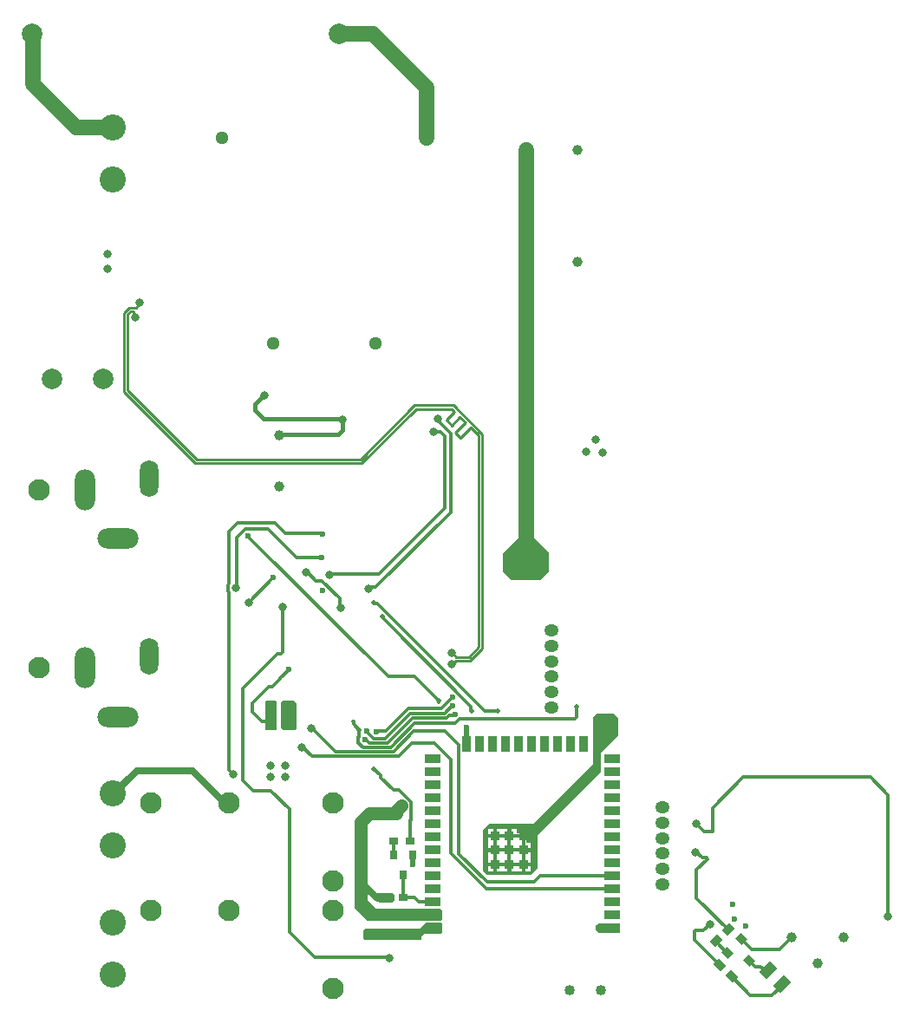
<source format=gbl>
G04*
G04 #@! TF.GenerationSoftware,Altium Limited,Altium Designer,23.7.1 (13)*
G04*
G04 Layer_Physical_Order=4*
G04 Layer_Color=16711680*
%FSLAX25Y25*%
%MOIN*%
G70*
G04*
G04 #@! TF.SameCoordinates,AA4D2978-76EA-46CB-BF31-C62278C5BCD9*
G04*
G04*
G04 #@! TF.FilePolarity,Positive*
G04*
G01*
G75*
%ADD29R,0.05709X0.03937*%
%ADD31R,0.03799X0.03150*%
%ADD33R,0.03937X0.05709*%
%ADD44R,0.03150X0.03543*%
%ADD115C,0.08268*%
%ADD126C,0.01200*%
%ADD127C,0.06000*%
%ADD128C,0.02000*%
%ADD130C,0.00923*%
%ADD131C,0.01500*%
%ADD132C,0.02500*%
%ADD133C,0.05000*%
%ADD135C,0.10039*%
%ADD136C,0.04000*%
%ADD137C,0.07874*%
%ADD138C,0.03937*%
%ADD139O,0.05512X0.04724*%
%ADD140O,0.07874X0.15748*%
%ADD141O,0.15748X0.07874*%
%ADD142O,0.07087X0.14173*%
%ADD143C,0.05039*%
%ADD144C,0.03150*%
%ADD145C,0.01968*%
%ADD146C,0.02362*%
%ADD192R,0.03543X0.03543*%
%ADD193R,0.03543X0.05906*%
%ADD194R,0.05906X0.03543*%
G04:AMPARAMS|DCode=195|XSize=39.37mil|YSize=57.09mil|CornerRadius=0mil|HoleSize=0mil|Usage=FLASHONLY|Rotation=135.000|XOffset=0mil|YOffset=0mil|HoleType=Round|Shape=Rectangle|*
%AMROTATEDRECTD195*
4,1,4,0.03410,0.00626,-0.00626,-0.03410,-0.03410,-0.00626,0.00626,0.03410,0.03410,0.00626,0.0*
%
%ADD195ROTATEDRECTD195*%

G04:AMPARAMS|DCode=196|XSize=37.99mil|YSize=31.5mil|CornerRadius=0mil|HoleSize=0mil|Usage=FLASHONLY|Rotation=315.000|XOffset=0mil|YOffset=0mil|HoleType=Round|Shape=Rectangle|*
%AMROTATEDRECTD196*
4,1,4,-0.02457,0.00230,-0.00230,0.02457,0.02457,-0.00230,0.00230,-0.02457,-0.02457,0.00230,0.0*
%
%ADD196ROTATEDRECTD196*%

G04:AMPARAMS|DCode=197|XSize=31.5mil|YSize=35.43mil|CornerRadius=0mil|HoleSize=0mil|Usage=FLASHONLY|Rotation=225.000|XOffset=0mil|YOffset=0mil|HoleType=Round|Shape=Rectangle|*
%AMROTATEDRECTD197*
4,1,4,-0.00139,0.02366,0.02366,-0.00139,0.00139,-0.02366,-0.02366,0.00139,-0.00139,0.02366,0.0*
%
%ADD197ROTATEDRECTD197*%

G04:AMPARAMS|DCode=198|XSize=37.99mil|YSize=31.5mil|CornerRadius=0mil|HoleSize=0mil|Usage=FLASHONLY|Rotation=225.000|XOffset=0mil|YOffset=0mil|HoleType=Round|Shape=Rectangle|*
%AMROTATEDRECTD198*
4,1,4,0.00230,0.02457,0.02457,0.00230,-0.00230,-0.02457,-0.02457,-0.00230,0.00230,0.02457,0.0*
%
%ADD198ROTATEDRECTD198*%

G36*
X133450Y39900D02*
X138550Y34800D01*
X166350D01*
X167050Y35500D01*
Y38850D01*
X166400Y39500D01*
X141650Y39500D01*
X138450Y42700D01*
Y45400D01*
X141446Y42404D01*
X143024Y41750D01*
X147950Y41750D01*
X148650Y42450D01*
Y44700D01*
X147800Y45550D01*
X141950D01*
X138000Y49500D01*
X137994Y49455D01*
X133450Y51637D01*
Y43750D01*
Y39900D01*
D02*
G37*
G36*
X137600Y31800D02*
X158600Y31800D01*
X160600Y33800D01*
X160900Y34100D01*
X166600D01*
X167000Y33700D01*
Y30400D01*
X166600Y30000D01*
X160500D01*
X159300Y28800D01*
Y27750D01*
X159050Y27500D01*
X137400D01*
X136950Y27950D01*
Y31150D01*
X137600Y31800D01*
D02*
G37*
G36*
X235300Y33950D02*
X227200D01*
X226000Y32750D01*
Y31450D01*
X227200Y30250D01*
X235450D01*
X235300Y33950D01*
D02*
G37*
G36*
X99300Y108500D02*
X99550Y108250D01*
X103200D01*
X103500Y108550D01*
Y108750D01*
Y119250D01*
X103200Y119550D01*
X99650D01*
X99300Y119200D01*
Y108500D01*
D02*
G37*
G36*
X105300Y109100D02*
X106200Y108200D01*
X110650D01*
X111200Y108750D01*
Y118650D01*
X110250Y119600D01*
X106100D01*
X105300Y118800D01*
X105300Y109100D01*
D02*
G37*
G36*
X234850Y112850D02*
X234850Y106150D01*
X228300Y99600D01*
Y92300D01*
X203650Y67650D01*
Y55000D01*
X201100Y52450D01*
X184550D01*
X182850Y54150D01*
Y69850D01*
X185300Y72300D01*
X202300D01*
X225250Y95250D01*
Y109650D01*
Y113350D01*
X226450Y114550D01*
X233150D01*
X234850Y112850D01*
D02*
G37*
G36*
X196611Y182161D02*
X190500Y176050D01*
Y168900D01*
X193650Y165750D01*
X204900D01*
X208200Y169050D01*
Y176250D01*
X202406Y182044D01*
X196611Y182161D01*
D02*
G37*
%LPC*%
G36*
X186669Y70324D02*
X184647D01*
Y68303D01*
X186669D01*
Y70324D01*
D02*
G37*
G36*
X195702D02*
X193681D01*
Y67553D01*
X192181D01*
Y70324D01*
X188169D01*
Y67553D01*
X187419D01*
Y66803D01*
X184647D01*
Y64781D01*
Y62791D01*
X187419D01*
Y61291D01*
X184647D01*
Y59269D01*
Y57279D01*
X187419D01*
Y56529D01*
X188169D01*
Y53758D01*
X192181D01*
Y56529D01*
X193681D01*
Y53758D01*
X197693D01*
Y56529D01*
X198442D01*
Y57279D01*
X201214D01*
Y59269D01*
Y61291D01*
X198442D01*
Y62791D01*
X201214D01*
Y64813D01*
X199572D01*
Y66803D01*
X199493Y67197D01*
X199564Y67553D01*
X199479Y67982D01*
X199236Y68346D01*
X198872Y68589D01*
X198442Y68674D01*
X195702D01*
Y70324D01*
D02*
G37*
G36*
X201214Y55779D02*
X199193D01*
Y53758D01*
X201214D01*
Y55779D01*
D02*
G37*
G36*
X186669D02*
X184647D01*
Y53758D01*
X186669D01*
Y55779D01*
D02*
G37*
%LPD*%
D29*
X142000Y37200D02*
D03*
Y29720D02*
D03*
X149000Y37200D02*
D03*
Y29720D02*
D03*
X156000Y37200D02*
D03*
Y29720D02*
D03*
D31*
X146000Y43700D02*
D03*
X152299D02*
D03*
X154800Y65450D02*
D03*
X148500D02*
D03*
X101350Y117700D02*
D03*
X107650D02*
D03*
D33*
X101350Y111400D02*
D03*
X108830D02*
D03*
D44*
X152150Y52463D02*
D03*
X155890Y60337D02*
D03*
X148410D02*
D03*
D115*
X125000Y8700D02*
D03*
Y38700D02*
D03*
X55000D02*
D03*
X85000D02*
D03*
Y80200D02*
D03*
X125000D02*
D03*
Y50200D02*
D03*
X55000Y80200D02*
D03*
X12000Y200594D02*
D03*
Y132200D02*
D03*
D126*
X156500Y110750D02*
X172150D01*
X173850Y112450D01*
X218100D01*
X218803Y113153D01*
Y116953D01*
X158150Y42050D02*
X163600D01*
X133054Y110418D02*
X135135Y108337D01*
X133054Y110418D02*
Y111472D01*
X132907Y111619D02*
X133054Y111472D01*
X134988Y108190D02*
X135135Y108337D01*
X134950Y105544D02*
X134988Y105582D01*
Y108190D01*
X134950Y103303D02*
Y105544D01*
X140900Y93350D02*
X143553Y90697D01*
Y89997D02*
Y90697D01*
X148418Y85132D02*
X150426D01*
X154997Y80561D01*
X143553Y89997D02*
X148418Y85132D01*
X154800Y73394D02*
X154997Y73592D01*
Y80561D01*
X154800Y65450D02*
Y73394D01*
X165650Y119400D02*
X165650D01*
Y118734D02*
Y119400D01*
X156350Y128700D02*
X165650Y119400D01*
X147338Y101588D02*
X156500Y110750D01*
X171778Y113880D02*
X172000Y114102D01*
X154800Y114500D02*
X168027D01*
X170897Y117370D01*
X155705Y112728D02*
X168658D01*
X169810Y113880D01*
X171778D01*
X146265Y103288D02*
X155705Y112728D01*
X145288Y104988D02*
X154800Y114500D01*
X170897Y117370D02*
X171212D01*
X183500Y115550D02*
X188600D01*
X142147Y156903D02*
X183500Y115550D01*
X141047Y156903D02*
X142147D01*
X140900Y157050D02*
X141047Y156903D01*
X264923Y54473D02*
X269100Y58650D01*
X264923Y43581D02*
Y54473D01*
X264550Y61250D02*
X264869D01*
X267096Y59023D01*
X268727D01*
X269100Y58650D01*
X271200Y69150D02*
Y78322D01*
X282928Y90050D01*
X264700Y72350D02*
X267825Y69225D01*
X271125D01*
X271200Y69150D01*
X264275Y27525D02*
X273946Y17854D01*
X264275Y27525D02*
Y30825D01*
X264200Y30900D02*
X264275Y30825D01*
X269981Y33550D02*
X270200D01*
X267575Y31144D02*
X269981Y33550D01*
X264444Y31144D02*
X267575D01*
X264200Y30900D02*
X264444Y31144D01*
X338450Y36550D02*
Y83250D01*
X338375Y36475D02*
X338450Y36550D01*
X331650Y90050D02*
X338450Y83250D01*
X187400Y62060D02*
Y67553D01*
X92600Y182600D02*
Y182800D01*
Y182600D02*
X146500Y128700D01*
X91354Y185534D02*
X100307D01*
X88023Y182203D02*
X91354Y185534D01*
X100307D02*
X111169Y174672D01*
X88023Y163173D02*
Y182203D01*
X88400Y187700D02*
X102884D01*
X106762Y183822D01*
X85250Y184550D02*
X88400Y187700D01*
X146500Y128700D02*
X156350D01*
X84775Y161609D02*
Y163991D01*
X102200Y166700D02*
Y166850D01*
X87650Y162800D02*
X88023Y163173D01*
X92700Y157200D02*
X102200Y166700D01*
X85250Y164466D02*
Y184550D01*
X84775Y163991D02*
X85250Y164466D01*
Y92828D02*
X86850Y91228D01*
X84775Y161609D02*
X85250Y161134D01*
Y92828D02*
Y161134D01*
X86850Y91150D02*
Y91228D01*
X138242Y107580D02*
Y107731D01*
X139058Y103288D02*
X146265D01*
X138242Y107580D02*
X140834Y104988D01*
X137600Y104431D02*
X137915D01*
X139058Y103288D01*
X264923Y43581D02*
X277027Y31477D01*
X282100Y27850D02*
X286050Y23900D01*
X296878D02*
X301578Y28600D01*
X286050Y23900D02*
X296878D01*
X155890Y60337D02*
X155895Y60332D01*
Y56555D02*
X155900Y56550D01*
X173550Y60600D02*
X184350Y49800D01*
X170490Y60860D02*
X184250Y47100D01*
X108200Y131327D02*
Y131641D01*
X104938Y128065D02*
X108200Y131327D01*
X104938Y127953D02*
Y128065D01*
X101899Y124914D02*
X104938Y127953D01*
X142084Y107691D02*
X145341D01*
X154300Y116650D01*
X141862Y107469D02*
X142084Y107691D01*
X136665Y101588D02*
X147338D01*
X140834Y104988D02*
X145288D01*
X148388Y99888D02*
X156300Y107800D01*
X150388Y98188D02*
X155450Y103250D01*
X117015Y98188D02*
X150388D01*
X134950Y103303D02*
X136665Y101588D01*
X117278Y108700D02*
X126090Y99888D01*
X148388D01*
X113602Y101600D02*
X117015Y98188D01*
X154300Y116650D02*
X166912D01*
X155450Y103250D02*
X164100D01*
X156300Y107800D02*
X168250D01*
X164100Y103250D02*
X170490Y96860D01*
Y60860D02*
Y96860D01*
X184250Y47100D02*
X232498D01*
X113075Y101600D02*
X113602D01*
X202350Y49800D02*
X204650Y52100D01*
X184350Y49800D02*
X202350D01*
X173550Y60600D02*
Y102500D01*
X116750Y108700D02*
X117278D01*
X168250Y107800D02*
X173550Y102500D01*
X204650Y52100D02*
X232498D01*
X166912Y116650D02*
X170994Y120731D01*
X171308D01*
X146368Y149182D02*
Y149244D01*
Y149182D02*
X178303Y117247D01*
Y115597D02*
Y117247D01*
X144110Y151502D02*
Y151710D01*
X178303Y115597D02*
X178450Y115450D01*
X144110Y151502D02*
X146368Y149244D01*
X115428Y168850D02*
X118600Y165677D01*
X120931D02*
X127677Y158932D01*
X114900Y168850D02*
X115428D01*
X127677Y155473D02*
Y158932D01*
Y155473D02*
X128050Y155100D01*
X118600Y165677D02*
X120931D01*
X218803Y116953D02*
X218950Y117100D01*
X124273Y168273D02*
X142773D01*
X138950Y162500D02*
X139500Y163050D01*
X142773Y168273D02*
X168100Y193600D01*
X141600Y163050D02*
X170500Y191950D01*
X139500Y163050D02*
X141600D01*
X100314Y124914D02*
X101899D01*
X94000Y118600D02*
X100314Y124914D01*
X118127Y20823D02*
X146552D01*
X146850Y20525D01*
X94450Y84950D02*
X101256D01*
X90500Y88900D02*
X94450Y84950D01*
X101256D02*
X108403Y77803D01*
X90500Y88900D02*
Y124300D01*
X165600Y227222D02*
X170500Y222322D01*
Y191950D02*
Y222322D01*
X166450Y222850D02*
X168100Y221200D01*
Y193600D02*
Y221200D01*
X92700Y157050D02*
Y157200D01*
X187419Y56529D02*
X192931D01*
X198442D01*
X192931Y67553D02*
X198442D01*
X187419D02*
X192931D01*
Y62041D02*
Y66795D01*
X198450Y62048D02*
Y66803D01*
X198442Y62041D02*
X198450Y62048D01*
X192931Y62041D02*
X198442D01*
X187419D02*
X192931D01*
X198442Y56529D02*
Y62041D01*
X192931Y56529D02*
Y62041D01*
X187419Y56529D02*
Y62041D01*
X187400Y62060D02*
X187419Y62041D01*
X293900Y6250D02*
X298000Y10350D01*
X285550Y6250D02*
X293900D01*
X285023Y19637D02*
X287561Y17100D01*
X289625D01*
X290981Y15745D01*
X292605D01*
X282928Y90050D02*
X331650D01*
X272573Y27023D02*
X273209Y26280D01*
X275912Y23319D02*
X276811Y22561D01*
X273209Y26280D02*
X275912Y23319D01*
X278400Y13400D02*
X285550Y6250D01*
X120914Y183822D02*
X121136Y183600D01*
X106762Y183822D02*
X120914D01*
X123900Y167900D02*
X124273Y168273D01*
X111169Y174672D02*
X120578D01*
X120800Y174450D01*
X94000Y115100D02*
X97700Y111400D01*
X94000Y115100D02*
Y118600D01*
X97700Y111400D02*
X102776D01*
X90500Y124300D02*
X103650Y137450D01*
X163900Y222850D02*
X166450D01*
X163800Y222950D02*
X163900Y222850D01*
X165600Y227222D02*
Y227750D01*
X103650Y137450D02*
X105197D01*
X105900Y138153D01*
Y155400D01*
X108400Y77800D02*
X108403Y77803D01*
X108400Y30550D02*
Y77800D01*
Y30550D02*
X118127Y20823D01*
X148450Y60337D02*
Y65450D01*
X156500Y43700D02*
X158150Y42050D01*
X152299Y43700D02*
X156500D01*
X152150Y43849D02*
Y52463D01*
Y43849D02*
X152299Y43700D01*
D127*
X9804Y356437D02*
Y375341D01*
X26417Y339823D02*
X40500D01*
X9804Y356437D02*
X26417Y339823D01*
X9445Y375700D02*
X9804Y375341D01*
X127555Y375700D02*
X140600D01*
X161240Y335700D02*
Y355060D01*
X140600Y375700D02*
X161240Y355060D01*
X199500Y175400D02*
Y288200D01*
Y175400D02*
X199600Y175300D01*
X199315Y288385D02*
Y331200D01*
Y288385D02*
X199500Y288200D01*
D128*
X176450Y103089D02*
X176517Y103155D01*
Y109033D01*
X176500Y109050D02*
X176517Y109033D01*
X155895Y56555D02*
Y60332D01*
D130*
X48921Y267149D02*
X49252Y266817D01*
X48921Y267149D02*
Y268505D01*
X50794Y272072D02*
Y272675D01*
X49357Y270635D02*
X50794Y272072D01*
X46860Y270635D02*
X49357D01*
X44877Y268652D02*
X46860Y270635D01*
X170750Y231677D02*
X170750D01*
X44877Y238261D02*
Y268652D01*
X47449Y269212D02*
X48213D01*
X48921Y268505D01*
X46300Y238850D02*
Y268063D01*
X47449Y269212D01*
X156500Y233100D02*
X171339D01*
X157089Y231677D02*
X170750D01*
X171076Y231351D01*
X171862Y230565D01*
X168664Y227367D02*
X171862Y230565D01*
X168664Y227367D02*
X170731Y225300D01*
X173929Y228498D01*
X175996Y226431D01*
X172053Y222488D02*
X175996Y226431D01*
X172053Y222488D02*
X174119Y220422D01*
X178062Y224365D01*
X178062Y224365D01*
Y224365D02*
X178389Y224039D01*
X181050Y221377D01*
Y140050D02*
Y221377D01*
X72311Y210827D02*
X136239D01*
X44877Y238261D02*
X72311Y210827D01*
X182473Y139461D02*
Y221967D01*
X171339Y233100D02*
X182473Y221967D01*
X135650Y212250D02*
X156500Y233100D01*
X46300Y238850D02*
X72900Y212250D01*
X135650D01*
X136239Y210827D02*
X157089Y231677D01*
X170800Y137700D02*
X171090D01*
X172454Y136337D02*
X177337D01*
X171090Y137700D02*
X172454Y136337D01*
X177337D02*
X181050Y140050D01*
X172454Y134914D02*
X177926D01*
X171090Y133550D02*
X172454Y134914D01*
X170800Y133550D02*
X171090D01*
X177926Y134914D02*
X182473Y139461D01*
D131*
X95300Y231100D02*
X98484Y227916D01*
X95300Y231100D02*
Y233650D01*
X98484Y227916D02*
X128534D01*
X95300Y233650D02*
X98472Y236822D01*
X98801D01*
X104966Y222009D02*
X127209D01*
X128850Y223650D02*
Y227600D01*
X127209Y222009D02*
X128850Y223650D01*
X104500Y221543D02*
X104966Y222009D01*
X128534Y227916D02*
X128850Y227600D01*
D132*
X49684Y92450D02*
X71189D01*
X40934Y83700D02*
X49684Y92450D01*
X71189D02*
X83439Y80200D01*
X40500Y83700D02*
X40934D01*
X83439Y80200D02*
X85000D01*
D133*
X135900Y48500D02*
Y72921D01*
X149350Y76050D02*
Y77023D01*
X135900Y72921D02*
X139029Y76050D01*
X149350D01*
Y77023D02*
X151397Y79070D01*
X124375Y39325D02*
X125000Y38700D01*
D135*
X40500Y339823D02*
D03*
Y319823D02*
D03*
Y14200D02*
D03*
Y34200D02*
D03*
Y83700D02*
D03*
Y63700D02*
D03*
D136*
X216189Y8200D02*
D03*
X228000D02*
D03*
D137*
X17157Y243200D02*
D03*
X36843D02*
D03*
X127555Y375700D02*
D03*
X9445D02*
D03*
D138*
X321622Y28600D02*
D03*
X301578D02*
D03*
X311541Y18539D02*
D03*
X199315Y331200D02*
D03*
X219000D02*
D03*
X199500Y288200D02*
D03*
X219185D02*
D03*
X104500Y221543D02*
D03*
Y201857D02*
D03*
D139*
X251850Y66611D02*
D03*
Y48895D02*
D03*
Y54800D02*
D03*
Y60706D02*
D03*
Y72517D02*
D03*
Y78422D02*
D03*
X209000Y116936D02*
D03*
Y122842D02*
D03*
Y134653D02*
D03*
Y140558D02*
D03*
Y146464D02*
D03*
Y128747D02*
D03*
D140*
X29717Y200594D02*
D03*
Y132200D02*
D03*
D141*
X42315Y181696D02*
D03*
Y113302D02*
D03*
D142*
X54520Y204924D02*
D03*
Y136531D02*
D03*
D143*
X141555Y256960D02*
D03*
X82500Y335700D02*
D03*
X102185Y256960D02*
D03*
X161240Y335700D02*
D03*
D144*
X264550Y61250D02*
D03*
X338375Y36475D02*
D03*
X114900Y168850D02*
D03*
X128050Y155100D02*
D03*
X38500Y291193D02*
D03*
Y285443D02*
D03*
X146850Y20525D02*
D03*
X101000Y94650D02*
D03*
Y90100D02*
D03*
X49252Y266817D02*
D03*
X50794Y272675D02*
D03*
X170800Y133550D02*
D03*
Y137700D02*
D03*
X92700Y157050D02*
D03*
X264700Y72350D02*
D03*
X270200Y33550D02*
D03*
X98801Y236822D02*
D03*
X87650Y162800D02*
D03*
X123900Y167900D02*
D03*
X86850Y91150D02*
D03*
X163800Y222950D02*
D03*
X138950Y162500D02*
D03*
X165600Y227750D02*
D03*
X105900Y155400D02*
D03*
X106700Y90100D02*
D03*
Y94650D02*
D03*
X202550Y171250D02*
D03*
X196100D02*
D03*
X202550Y176450D02*
D03*
X196400D02*
D03*
X226250Y219900D02*
D03*
X222500Y215250D02*
D03*
X228750Y214800D02*
D03*
X149350Y76050D02*
D03*
X116750Y108700D02*
D03*
X113075Y101600D02*
D03*
X128850Y227600D02*
D03*
D145*
X188600Y115550D02*
D03*
X135135Y108337D02*
D03*
X140900Y93350D02*
D03*
X165650Y119400D02*
D03*
X218950Y117100D02*
D03*
X144110Y151710D02*
D03*
X140900Y157050D02*
D03*
X178450Y115450D02*
D03*
D146*
X176500Y109050D02*
D03*
X92600Y182800D02*
D03*
X102200Y166850D02*
D03*
X138242Y107731D02*
D03*
X137600Y104431D02*
D03*
X279400Y35400D02*
D03*
X283721Y32979D02*
D03*
X227150Y32100D02*
D03*
X139150Y29550D02*
D03*
X109350Y114450D02*
D03*
X107150D02*
D03*
X232800Y112100D02*
D03*
X227250D02*
D03*
X232900Y106650D02*
D03*
X155900Y56550D02*
D03*
X159800Y31050D02*
D03*
X152950Y29550D02*
D03*
X145400D02*
D03*
X108200Y131641D02*
D03*
X141862Y107469D02*
D03*
X172000Y114102D02*
D03*
X171308Y120731D02*
D03*
X171212Y117370D02*
D03*
X121250Y161850D02*
D03*
X227300Y106650D02*
D03*
X278850Y41300D02*
D03*
X120800Y174450D02*
D03*
X121136Y183600D02*
D03*
D192*
X192931Y67553D02*
D03*
Y56529D02*
D03*
X198442D02*
D03*
X187419Y67553D02*
D03*
X198442Y62041D02*
D03*
X187419D02*
D03*
X192931D02*
D03*
X198442Y67553D02*
D03*
X187419Y56529D02*
D03*
D193*
X176533Y103006D02*
D03*
D03*
X181533D02*
D03*
X186533D02*
D03*
X191533D02*
D03*
X196533D02*
D03*
X201533D02*
D03*
X206533D02*
D03*
X211533D02*
D03*
X216533D02*
D03*
X221533D02*
D03*
D194*
X232498Y32100D02*
D03*
Y37100D02*
D03*
Y42100D02*
D03*
Y47100D02*
D03*
Y52100D02*
D03*
Y57100D02*
D03*
Y62100D02*
D03*
Y67100D02*
D03*
Y72100D02*
D03*
Y77100D02*
D03*
Y82100D02*
D03*
Y87100D02*
D03*
Y92100D02*
D03*
Y97100D02*
D03*
D03*
X163600D02*
D03*
Y92100D02*
D03*
Y87100D02*
D03*
Y82100D02*
D03*
Y77100D02*
D03*
Y72100D02*
D03*
Y67100D02*
D03*
Y62100D02*
D03*
Y57100D02*
D03*
Y52100D02*
D03*
Y47100D02*
D03*
Y42100D02*
D03*
Y37100D02*
D03*
Y32100D02*
D03*
D03*
D195*
X297895Y10455D02*
D03*
X292605Y15745D02*
D03*
D196*
X278400Y13400D02*
D03*
X273946Y17854D02*
D03*
D197*
X276811Y22561D02*
D03*
X282100Y27850D02*
D03*
X285023Y19637D02*
D03*
D198*
X272573Y27023D02*
D03*
X277027Y31477D02*
D03*
M02*

</source>
